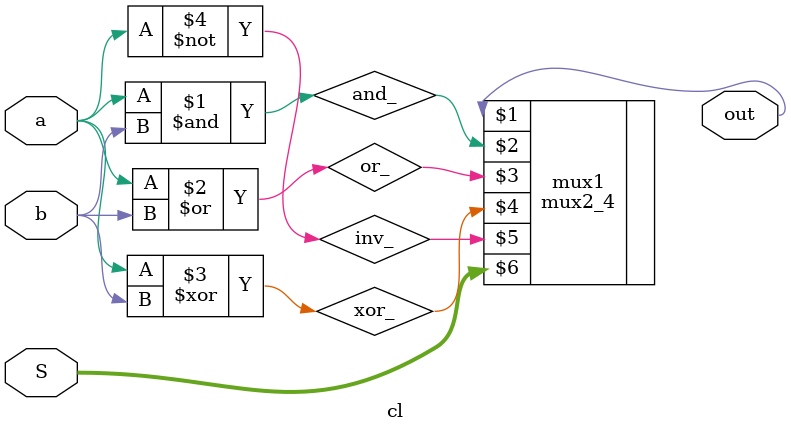
<source format=v>
module cl(output wire out, input wire a, b, input wire [1:0] S);

wire and_, or_, xor_, inv_;

and and1(and_, a, b);
or or1(or_, a, b);
xor xor1(xor_, a, b);
not not1(inv_, a);

mux2_4 mux1(out, and_, or_, xor_, inv_, S);

endmodule
</source>
